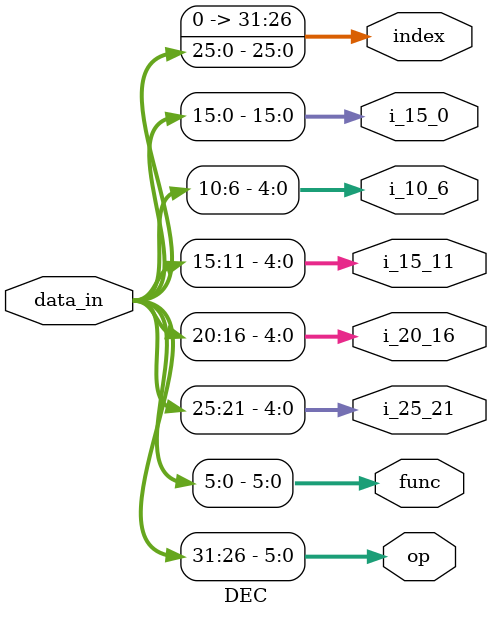
<source format=v>
module DEC(data_in,op,i_25_21,i_20_16,i_15_11,i_10_6,func,i_15_0,index);
    input [31:0]data_in;
    output [5:0] op,func;
    output [4:0] i_25_21,i_20_16,i_15_11,i_10_6;
    output [15:0] i_15_0;
    output [31:0] index;
    
    assign op = data_in[31:26];
    assign i_25_21 = data_in[25:21];
    assign i_20_16 = data_in[20:16];
    assign i_15_11 = data_in[15:11];
    assign i_10_6 = data_in[10:6];
    assign func = data_in[5:0];
    assign i_15_0 = data_in[15:0];
    assign index[25:0] = data_in[25:0];
    assign index[31:26] = 0;

endmodule

</source>
